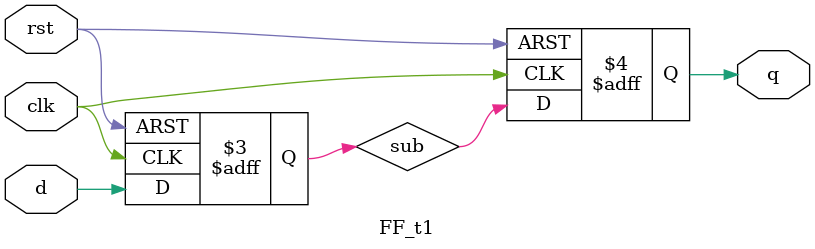
<source format=v>
module FF_t1(rst, clk, d, q);
input rst, clk, d;
reg sub;
output reg q;

always@(negedge rst, posedge clk)
begin
if(!rst)
	begin sub = 0; q = 0; end
else
	begin
	sub <= d;
	q <= sub;
	end
end
endmodule

</source>
